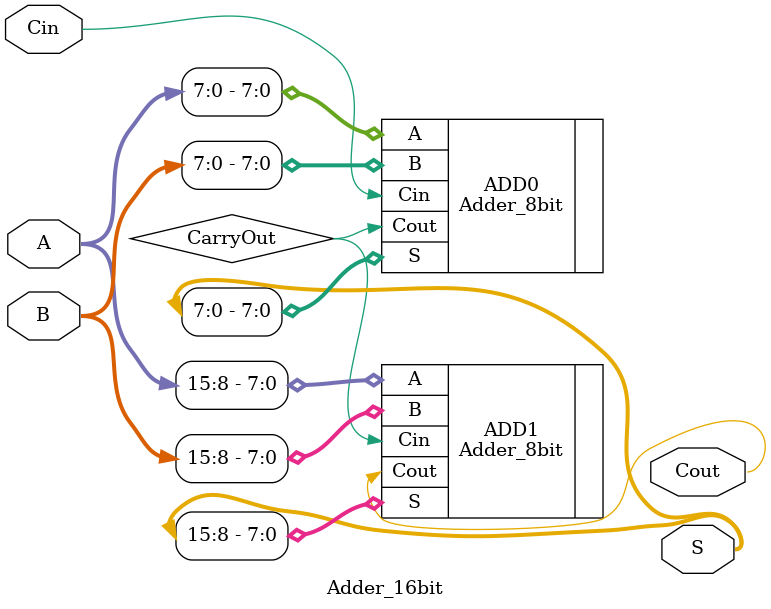
<source format=sv>
module Adder_16bit (
    input logic [15:0] A,
    input logic [15:0] B,
    input logic Cin,

    output logic [15:0] S,
    output logic Cout
);

    logic CarryOut;

    Adder_8bit ADD0 (
        .A (A[7:0]),
        .B (B[7:0]),
        .Cin (Cin),
        .S (S[7:0]),
        .Cout (CarryOut)
    );

    Adder_8bit ADD1 (
        .A (A[15:8]),
        .B (B[15:8]),
        .Cin (CarryOut),
        .S (S[15:8]),
        .Cout (Cout)
    );

endmodule
</source>
